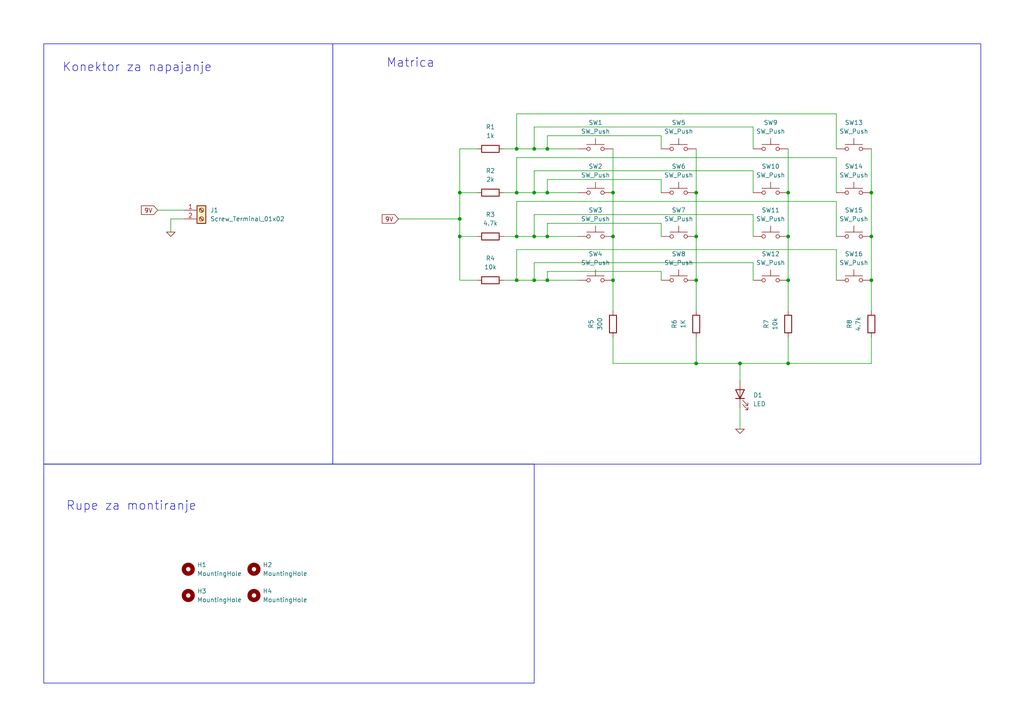
<source format=kicad_sch>
(kicad_sch
	(version 20231120)
	(generator "eeschema")
	(generator_version "8.0")
	(uuid "4bec5ddf-adbf-41fb-a069-c7630bb0044a")
	(paper "A4")
	(title_block
		(title "Matrica otpornika")
	)
	(lib_symbols
		(symbol "Connector:Screw_Terminal_01x02"
			(pin_names
				(offset 1.016) hide)
			(exclude_from_sim no)
			(in_bom yes)
			(on_board yes)
			(property "Reference" "J"
				(at 0 2.54 0)
				(effects
					(font
						(size 1.27 1.27)
					)
				)
			)
			(property "Value" "Screw_Terminal_01x02"
				(at 0 -5.08 0)
				(effects
					(font
						(size 1.27 1.27)
					)
				)
			)
			(property "Footprint" ""
				(at 0 0 0)
				(effects
					(font
						(size 1.27 1.27)
					)
					(hide yes)
				)
			)
			(property "Datasheet" "~"
				(at 0 0 0)
				(effects
					(font
						(size 1.27 1.27)
					)
					(hide yes)
				)
			)
			(property "Description" "Generic screw terminal, single row, 01x02, script generated (kicad-library-utils/schlib/autogen/connector/)"
				(at 0 0 0)
				(effects
					(font
						(size 1.27 1.27)
					)
					(hide yes)
				)
			)
			(property "ki_keywords" "screw terminal"
				(at 0 0 0)
				(effects
					(font
						(size 1.27 1.27)
					)
					(hide yes)
				)
			)
			(property "ki_fp_filters" "TerminalBlock*:*"
				(at 0 0 0)
				(effects
					(font
						(size 1.27 1.27)
					)
					(hide yes)
				)
			)
			(symbol "Screw_Terminal_01x02_1_1"
				(rectangle
					(start -1.27 1.27)
					(end 1.27 -3.81)
					(stroke
						(width 0.254)
						(type default)
					)
					(fill
						(type background)
					)
				)
				(circle
					(center 0 -2.54)
					(radius 0.635)
					(stroke
						(width 0.1524)
						(type default)
					)
					(fill
						(type none)
					)
				)
				(polyline
					(pts
						(xy -0.5334 -2.2098) (xy 0.3302 -3.048)
					)
					(stroke
						(width 0.1524)
						(type default)
					)
					(fill
						(type none)
					)
				)
				(polyline
					(pts
						(xy -0.5334 0.3302) (xy 0.3302 -0.508)
					)
					(stroke
						(width 0.1524)
						(type default)
					)
					(fill
						(type none)
					)
				)
				(polyline
					(pts
						(xy -0.3556 -2.032) (xy 0.508 -2.8702)
					)
					(stroke
						(width 0.1524)
						(type default)
					)
					(fill
						(type none)
					)
				)
				(polyline
					(pts
						(xy -0.3556 0.508) (xy 0.508 -0.3302)
					)
					(stroke
						(width 0.1524)
						(type default)
					)
					(fill
						(type none)
					)
				)
				(circle
					(center 0 0)
					(radius 0.635)
					(stroke
						(width 0.1524)
						(type default)
					)
					(fill
						(type none)
					)
				)
				(pin passive line
					(at -5.08 0 0)
					(length 3.81)
					(name "Pin_1"
						(effects
							(font
								(size 1.27 1.27)
							)
						)
					)
					(number "1"
						(effects
							(font
								(size 1.27 1.27)
							)
						)
					)
				)
				(pin passive line
					(at -5.08 -2.54 0)
					(length 3.81)
					(name "Pin_2"
						(effects
							(font
								(size 1.27 1.27)
							)
						)
					)
					(number "2"
						(effects
							(font
								(size 1.27 1.27)
							)
						)
					)
				)
			)
		)
		(symbol "Device:LED"
			(pin_numbers hide)
			(pin_names
				(offset 1.016) hide)
			(exclude_from_sim no)
			(in_bom yes)
			(on_board yes)
			(property "Reference" "D"
				(at 0 2.54 0)
				(effects
					(font
						(size 1.27 1.27)
					)
				)
			)
			(property "Value" "LED"
				(at 0 -2.54 0)
				(effects
					(font
						(size 1.27 1.27)
					)
				)
			)
			(property "Footprint" ""
				(at 0 0 0)
				(effects
					(font
						(size 1.27 1.27)
					)
					(hide yes)
				)
			)
			(property "Datasheet" "~"
				(at 0 0 0)
				(effects
					(font
						(size 1.27 1.27)
					)
					(hide yes)
				)
			)
			(property "Description" "Light emitting diode"
				(at 0 0 0)
				(effects
					(font
						(size 1.27 1.27)
					)
					(hide yes)
				)
			)
			(property "ki_keywords" "LED diode"
				(at 0 0 0)
				(effects
					(font
						(size 1.27 1.27)
					)
					(hide yes)
				)
			)
			(property "ki_fp_filters" "LED* LED_SMD:* LED_THT:*"
				(at 0 0 0)
				(effects
					(font
						(size 1.27 1.27)
					)
					(hide yes)
				)
			)
			(symbol "LED_0_1"
				(polyline
					(pts
						(xy -1.27 -1.27) (xy -1.27 1.27)
					)
					(stroke
						(width 0.254)
						(type default)
					)
					(fill
						(type none)
					)
				)
				(polyline
					(pts
						(xy -1.27 0) (xy 1.27 0)
					)
					(stroke
						(width 0)
						(type default)
					)
					(fill
						(type none)
					)
				)
				(polyline
					(pts
						(xy 1.27 -1.27) (xy 1.27 1.27) (xy -1.27 0) (xy 1.27 -1.27)
					)
					(stroke
						(width 0.254)
						(type default)
					)
					(fill
						(type none)
					)
				)
				(polyline
					(pts
						(xy -3.048 -0.762) (xy -4.572 -2.286) (xy -3.81 -2.286) (xy -4.572 -2.286) (xy -4.572 -1.524)
					)
					(stroke
						(width 0)
						(type default)
					)
					(fill
						(type none)
					)
				)
				(polyline
					(pts
						(xy -1.778 -0.762) (xy -3.302 -2.286) (xy -2.54 -2.286) (xy -3.302 -2.286) (xy -3.302 -1.524)
					)
					(stroke
						(width 0)
						(type default)
					)
					(fill
						(type none)
					)
				)
			)
			(symbol "LED_1_1"
				(pin passive line
					(at -3.81 0 0)
					(length 2.54)
					(name "K"
						(effects
							(font
								(size 1.27 1.27)
							)
						)
					)
					(number "1"
						(effects
							(font
								(size 1.27 1.27)
							)
						)
					)
				)
				(pin passive line
					(at 3.81 0 180)
					(length 2.54)
					(name "A"
						(effects
							(font
								(size 1.27 1.27)
							)
						)
					)
					(number "2"
						(effects
							(font
								(size 1.27 1.27)
							)
						)
					)
				)
			)
		)
		(symbol "Device:R"
			(pin_numbers hide)
			(pin_names
				(offset 0)
			)
			(exclude_from_sim no)
			(in_bom yes)
			(on_board yes)
			(property "Reference" "R"
				(at 2.032 0 90)
				(effects
					(font
						(size 1.27 1.27)
					)
				)
			)
			(property "Value" "R"
				(at 0 0 90)
				(effects
					(font
						(size 1.27 1.27)
					)
				)
			)
			(property "Footprint" ""
				(at -1.778 0 90)
				(effects
					(font
						(size 1.27 1.27)
					)
					(hide yes)
				)
			)
			(property "Datasheet" "~"
				(at 0 0 0)
				(effects
					(font
						(size 1.27 1.27)
					)
					(hide yes)
				)
			)
			(property "Description" "Resistor"
				(at 0 0 0)
				(effects
					(font
						(size 1.27 1.27)
					)
					(hide yes)
				)
			)
			(property "ki_keywords" "R res resistor"
				(at 0 0 0)
				(effects
					(font
						(size 1.27 1.27)
					)
					(hide yes)
				)
			)
			(property "ki_fp_filters" "R_*"
				(at 0 0 0)
				(effects
					(font
						(size 1.27 1.27)
					)
					(hide yes)
				)
			)
			(symbol "R_0_1"
				(rectangle
					(start -1.016 -2.54)
					(end 1.016 2.54)
					(stroke
						(width 0.254)
						(type default)
					)
					(fill
						(type none)
					)
				)
			)
			(symbol "R_1_1"
				(pin passive line
					(at 0 3.81 270)
					(length 1.27)
					(name "~"
						(effects
							(font
								(size 1.27 1.27)
							)
						)
					)
					(number "1"
						(effects
							(font
								(size 1.27 1.27)
							)
						)
					)
				)
				(pin passive line
					(at 0 -3.81 90)
					(length 1.27)
					(name "~"
						(effects
							(font
								(size 1.27 1.27)
							)
						)
					)
					(number "2"
						(effects
							(font
								(size 1.27 1.27)
							)
						)
					)
				)
			)
		)
		(symbol "Mechanical:MountingHole"
			(pin_names
				(offset 1.016)
			)
			(exclude_from_sim no)
			(in_bom yes)
			(on_board yes)
			(property "Reference" "H"
				(at 0 5.08 0)
				(effects
					(font
						(size 1.27 1.27)
					)
				)
			)
			(property "Value" "MountingHole"
				(at 0 3.175 0)
				(effects
					(font
						(size 1.27 1.27)
					)
				)
			)
			(property "Footprint" ""
				(at 0 0 0)
				(effects
					(font
						(size 1.27 1.27)
					)
					(hide yes)
				)
			)
			(property "Datasheet" "~"
				(at 0 0 0)
				(effects
					(font
						(size 1.27 1.27)
					)
					(hide yes)
				)
			)
			(property "Description" "Mounting Hole without connection"
				(at 0 0 0)
				(effects
					(font
						(size 1.27 1.27)
					)
					(hide yes)
				)
			)
			(property "ki_keywords" "mounting hole"
				(at 0 0 0)
				(effects
					(font
						(size 1.27 1.27)
					)
					(hide yes)
				)
			)
			(property "ki_fp_filters" "MountingHole*"
				(at 0 0 0)
				(effects
					(font
						(size 1.27 1.27)
					)
					(hide yes)
				)
			)
			(symbol "MountingHole_0_1"
				(circle
					(center 0 0)
					(radius 1.27)
					(stroke
						(width 1.27)
						(type default)
					)
					(fill
						(type none)
					)
				)
			)
		)
		(symbol "Simulation_SPICE:0"
			(power)
			(pin_names
				(offset 0)
			)
			(exclude_from_sim no)
			(in_bom yes)
			(on_board yes)
			(property "Reference" "#GND"
				(at 0 -2.54 0)
				(effects
					(font
						(size 1.27 1.27)
					)
					(hide yes)
				)
			)
			(property "Value" "0"
				(at 0 -1.778 0)
				(effects
					(font
						(size 1.27 1.27)
					)
				)
			)
			(property "Footprint" ""
				(at 0 0 0)
				(effects
					(font
						(size 1.27 1.27)
					)
					(hide yes)
				)
			)
			(property "Datasheet" "~"
				(at 0 0 0)
				(effects
					(font
						(size 1.27 1.27)
					)
					(hide yes)
				)
			)
			(property "Description" "0V reference potential for simulation"
				(at 0 0 0)
				(effects
					(font
						(size 1.27 1.27)
					)
					(hide yes)
				)
			)
			(property "ki_keywords" "simulation"
				(at 0 0 0)
				(effects
					(font
						(size 1.27 1.27)
					)
					(hide yes)
				)
			)
			(symbol "0_0_1"
				(polyline
					(pts
						(xy -1.27 0) (xy 0 -1.27) (xy 1.27 0) (xy -1.27 0)
					)
					(stroke
						(width 0)
						(type default)
					)
					(fill
						(type none)
					)
				)
			)
			(symbol "0_1_1"
				(pin power_in line
					(at 0 0 0)
					(length 0) hide
					(name "0"
						(effects
							(font
								(size 1.016 1.016)
							)
						)
					)
					(number "1"
						(effects
							(font
								(size 1.016 1.016)
							)
						)
					)
				)
			)
		)
		(symbol "Switch:SW_Push"
			(pin_numbers hide)
			(pin_names
				(offset 1.016) hide)
			(exclude_from_sim no)
			(in_bom yes)
			(on_board yes)
			(property "Reference" "SW"
				(at 1.27 2.54 0)
				(effects
					(font
						(size 1.27 1.27)
					)
					(justify left)
				)
			)
			(property "Value" "SW_Push"
				(at 0 -1.524 0)
				(effects
					(font
						(size 1.27 1.27)
					)
				)
			)
			(property "Footprint" ""
				(at 0 5.08 0)
				(effects
					(font
						(size 1.27 1.27)
					)
					(hide yes)
				)
			)
			(property "Datasheet" "~"
				(at 0 5.08 0)
				(effects
					(font
						(size 1.27 1.27)
					)
					(hide yes)
				)
			)
			(property "Description" "Push button switch, generic, two pins"
				(at 0 0 0)
				(effects
					(font
						(size 1.27 1.27)
					)
					(hide yes)
				)
			)
			(property "ki_keywords" "switch normally-open pushbutton push-button"
				(at 0 0 0)
				(effects
					(font
						(size 1.27 1.27)
					)
					(hide yes)
				)
			)
			(symbol "SW_Push_0_1"
				(circle
					(center -2.032 0)
					(radius 0.508)
					(stroke
						(width 0)
						(type default)
					)
					(fill
						(type none)
					)
				)
				(polyline
					(pts
						(xy 0 1.27) (xy 0 3.048)
					)
					(stroke
						(width 0)
						(type default)
					)
					(fill
						(type none)
					)
				)
				(polyline
					(pts
						(xy 2.54 1.27) (xy -2.54 1.27)
					)
					(stroke
						(width 0)
						(type default)
					)
					(fill
						(type none)
					)
				)
				(circle
					(center 2.032 0)
					(radius 0.508)
					(stroke
						(width 0)
						(type default)
					)
					(fill
						(type none)
					)
				)
				(pin passive line
					(at -5.08 0 0)
					(length 2.54)
					(name "1"
						(effects
							(font
								(size 1.27 1.27)
							)
						)
					)
					(number "1"
						(effects
							(font
								(size 1.27 1.27)
							)
						)
					)
				)
				(pin passive line
					(at 5.08 0 180)
					(length 2.54)
					(name "2"
						(effects
							(font
								(size 1.27 1.27)
							)
						)
					)
					(number "2"
						(effects
							(font
								(size 1.27 1.27)
							)
						)
					)
				)
			)
		)
	)
	(junction
		(at 201.93 68.58)
		(diameter 0)
		(color 0 0 0 0)
		(uuid "008701ca-bde3-4281-b717-d1dd3bc376ec")
	)
	(junction
		(at 228.6 68.58)
		(diameter 0)
		(color 0 0 0 0)
		(uuid "0b30b074-5000-405d-871d-5ddf9f4aeb96")
	)
	(junction
		(at 158.75 68.58)
		(diameter 0)
		(color 0 0 0 0)
		(uuid "1c78c1a1-0efd-461b-8e72-55b86cb320f9")
	)
	(junction
		(at 158.75 55.88)
		(diameter 0)
		(color 0 0 0 0)
		(uuid "22560ce8-050d-41a6-ae32-4ebc35637138")
	)
	(junction
		(at 228.6 81.28)
		(diameter 0)
		(color 0 0 0 0)
		(uuid "360f07ce-d6a3-478d-bcb7-a58ce5911bbb")
	)
	(junction
		(at 201.93 81.28)
		(diameter 0)
		(color 0 0 0 0)
		(uuid "4bbb11f4-5c14-4f59-a3cd-a5ccec7baf21")
	)
	(junction
		(at 177.8 81.28)
		(diameter 0)
		(color 0 0 0 0)
		(uuid "544f72dc-6e8b-44e4-84c7-fe4dd3f0b1e7")
	)
	(junction
		(at 154.94 81.28)
		(diameter 0)
		(color 0 0 0 0)
		(uuid "6940fba3-57a2-44b5-85df-0d2b949ecfcc")
	)
	(junction
		(at 201.93 105.41)
		(diameter 0)
		(color 0 0 0 0)
		(uuid "725885e9-715a-4f08-b34d-4cd2b38ea22f")
	)
	(junction
		(at 252.73 81.28)
		(diameter 0)
		(color 0 0 0 0)
		(uuid "799fcd96-6693-4d32-84a3-246d0254a07a")
	)
	(junction
		(at 252.73 55.88)
		(diameter 0)
		(color 0 0 0 0)
		(uuid "8288168d-60ad-41fc-9086-711b75130b9f")
	)
	(junction
		(at 154.94 68.58)
		(diameter 0)
		(color 0 0 0 0)
		(uuid "83cf8284-8ec6-46b5-a182-b5eafbc5844b")
	)
	(junction
		(at 133.35 63.5)
		(diameter 0)
		(color 0 0 0 0)
		(uuid "8571f379-cc3b-4aec-a3a0-54d40560c4fd")
	)
	(junction
		(at 149.86 55.88)
		(diameter 0)
		(color 0 0 0 0)
		(uuid "8a03b247-782d-429d-a95f-90ac2af087f6")
	)
	(junction
		(at 228.6 105.41)
		(diameter 0)
		(color 0 0 0 0)
		(uuid "8e40c851-9aba-41df-85c5-2d65376a6fe9")
	)
	(junction
		(at 149.86 68.58)
		(diameter 0)
		(color 0 0 0 0)
		(uuid "90545938-5485-4431-874b-3f4b884474f5")
	)
	(junction
		(at 177.8 68.58)
		(diameter 0)
		(color 0 0 0 0)
		(uuid "9950597f-5968-4d5f-84cb-7894740e2496")
	)
	(junction
		(at 177.8 55.88)
		(diameter 0)
		(color 0 0 0 0)
		(uuid "a2de3794-5e32-47c1-94ae-4be7e0378705")
	)
	(junction
		(at 133.35 55.88)
		(diameter 0)
		(color 0 0 0 0)
		(uuid "acb86342-ea6c-49d4-9422-a16ef4870205")
	)
	(junction
		(at 158.75 43.18)
		(diameter 0)
		(color 0 0 0 0)
		(uuid "ba079aae-3009-4fda-8df0-4643e249bf43")
	)
	(junction
		(at 154.94 43.18)
		(diameter 0)
		(color 0 0 0 0)
		(uuid "c8d75dde-2593-4abe-9089-57848831798d")
	)
	(junction
		(at 133.35 68.58)
		(diameter 0)
		(color 0 0 0 0)
		(uuid "d9a914f7-2550-409a-8bea-97a6b7d95d6c")
	)
	(junction
		(at 252.73 68.58)
		(diameter 0)
		(color 0 0 0 0)
		(uuid "dd8a2226-3593-47ad-91ba-4b8dc57adcad")
	)
	(junction
		(at 214.63 105.41)
		(diameter 0)
		(color 0 0 0 0)
		(uuid "e2b64333-5db0-40f7-926c-1a4eeb257893")
	)
	(junction
		(at 228.6 55.88)
		(diameter 0)
		(color 0 0 0 0)
		(uuid "e455ab87-4a33-49d1-abb3-3cebf1db578c")
	)
	(junction
		(at 158.75 81.28)
		(diameter 0)
		(color 0 0 0 0)
		(uuid "e4c34c46-c2db-48eb-88ec-73a3994460af")
	)
	(junction
		(at 154.94 55.88)
		(diameter 0)
		(color 0 0 0 0)
		(uuid "e5fb1262-f582-4e04-8a47-16e6d6dba3a2")
	)
	(junction
		(at 149.86 81.28)
		(diameter 0)
		(color 0 0 0 0)
		(uuid "eedf7c9d-7061-4a22-a68a-db65350703c0")
	)
	(junction
		(at 201.93 55.88)
		(diameter 0)
		(color 0 0 0 0)
		(uuid "f56414ac-2398-4585-8924-3514cab1147c")
	)
	(junction
		(at 149.86 43.18)
		(diameter 0)
		(color 0 0 0 0)
		(uuid "f613c600-f761-451c-9588-1f7647ca49a8")
	)
	(wire
		(pts
			(xy 228.6 97.79) (xy 228.6 105.41)
		)
		(stroke
			(width 0)
			(type default)
		)
		(uuid "0273d6b3-1fab-4d4a-96de-adca3b39f9b0")
	)
	(wire
		(pts
			(xy 133.35 68.58) (xy 138.43 68.58)
		)
		(stroke
			(width 0)
			(type default)
		)
		(uuid "0568b74b-574f-4c93-9b6e-469968d444e8")
	)
	(wire
		(pts
			(xy 252.73 55.88) (xy 252.73 68.58)
		)
		(stroke
			(width 0)
			(type default)
		)
		(uuid "0850847e-9386-4a2d-898b-7815e7c1cc4e")
	)
	(wire
		(pts
			(xy 149.86 81.28) (xy 154.94 81.28)
		)
		(stroke
			(width 0)
			(type default)
		)
		(uuid "09a22b36-ce83-4776-a28c-b4c35b37e325")
	)
	(wire
		(pts
			(xy 154.94 55.88) (xy 154.94 49.53)
		)
		(stroke
			(width 0)
			(type default)
		)
		(uuid "0fe07ccd-dd52-45f3-88b1-4bcf6c59afb0")
	)
	(wire
		(pts
			(xy 115.57 63.5) (xy 133.35 63.5)
		)
		(stroke
			(width 0)
			(type default)
		)
		(uuid "13623ce2-64bc-415c-97a5-ec0b53d75877")
	)
	(wire
		(pts
			(xy 177.8 105.41) (xy 201.93 105.41)
		)
		(stroke
			(width 0)
			(type default)
		)
		(uuid "151a083d-3c9f-4c7d-b530-f454626abeb9")
	)
	(wire
		(pts
			(xy 154.94 76.2) (xy 218.44 76.2)
		)
		(stroke
			(width 0)
			(type default)
		)
		(uuid "16f3ab7c-3c4d-4177-832d-b86c6f127a17")
	)
	(wire
		(pts
			(xy 154.94 81.28) (xy 154.94 76.2)
		)
		(stroke
			(width 0)
			(type default)
		)
		(uuid "17ef2cfe-da46-4dd8-873d-26a424b59f72")
	)
	(wire
		(pts
			(xy 228.6 43.18) (xy 228.6 55.88)
		)
		(stroke
			(width 0)
			(type default)
		)
		(uuid "1b52098a-6467-4807-82cd-147364962e99")
	)
	(wire
		(pts
			(xy 228.6 55.88) (xy 228.6 68.58)
		)
		(stroke
			(width 0)
			(type default)
		)
		(uuid "1d3599b0-4d63-4b4a-8e86-1db5c071fda3")
	)
	(wire
		(pts
			(xy 158.75 55.88) (xy 158.75 52.07)
		)
		(stroke
			(width 0)
			(type default)
		)
		(uuid "1dc9a6e3-b91a-4a92-a921-ad03d37f2d98")
	)
	(wire
		(pts
			(xy 242.57 33.02) (xy 149.86 33.02)
		)
		(stroke
			(width 0)
			(type default)
		)
		(uuid "1e3ac03c-d5f6-48d5-93a5-6c0dec61e1c6")
	)
	(wire
		(pts
			(xy 214.63 118.11) (xy 214.63 124.46)
		)
		(stroke
			(width 0)
			(type default)
		)
		(uuid "1ebfe39d-d688-41a6-9b34-565895a63d46")
	)
	(wire
		(pts
			(xy 158.75 81.28) (xy 158.75 78.74)
		)
		(stroke
			(width 0)
			(type default)
		)
		(uuid "1f562f0d-89d9-4566-9eab-590aafb662e6")
	)
	(wire
		(pts
			(xy 201.93 105.41) (xy 214.63 105.41)
		)
		(stroke
			(width 0)
			(type default)
		)
		(uuid "201e1eac-ccef-47b6-bebe-9039c5a95999")
	)
	(wire
		(pts
			(xy 158.75 39.37) (xy 191.77 39.37)
		)
		(stroke
			(width 0)
			(type default)
		)
		(uuid "247140c0-f376-4780-8033-f11ca4dc2d41")
	)
	(wire
		(pts
			(xy 191.77 68.58) (xy 191.77 64.77)
		)
		(stroke
			(width 0)
			(type default)
		)
		(uuid "288f8868-c563-40c4-85fb-3518792a72df")
	)
	(wire
		(pts
			(xy 158.75 64.77) (xy 158.75 68.58)
		)
		(stroke
			(width 0)
			(type default)
		)
		(uuid "28913b11-dc0b-47e5-ad8e-b7225a60ba8d")
	)
	(wire
		(pts
			(xy 154.94 49.53) (xy 218.44 49.53)
		)
		(stroke
			(width 0)
			(type default)
		)
		(uuid "28ea3b0f-5e17-4aa5-8694-aff67d7648a0")
	)
	(wire
		(pts
			(xy 149.86 72.39) (xy 242.57 72.39)
		)
		(stroke
			(width 0)
			(type default)
		)
		(uuid "2bba5253-0f84-48a5-933d-cfac26d2701a")
	)
	(wire
		(pts
			(xy 177.8 81.28) (xy 177.8 90.17)
		)
		(stroke
			(width 0)
			(type default)
		)
		(uuid "2cf44ce8-f957-4a04-84d4-0cf7bf6ce906")
	)
	(wire
		(pts
			(xy 133.35 55.88) (xy 133.35 63.5)
		)
		(stroke
			(width 0)
			(type default)
		)
		(uuid "2f8c6758-ac73-4aa6-8478-025e17842a62")
	)
	(wire
		(pts
			(xy 218.44 49.53) (xy 218.44 55.88)
		)
		(stroke
			(width 0)
			(type default)
		)
		(uuid "3205acd4-e98c-4519-b1f1-c76aeadbb71a")
	)
	(wire
		(pts
			(xy 149.86 68.58) (xy 154.94 68.58)
		)
		(stroke
			(width 0)
			(type default)
		)
		(uuid "34705468-053f-437e-9737-adf10c3ae8c6")
	)
	(wire
		(pts
			(xy 191.77 52.07) (xy 191.77 55.88)
		)
		(stroke
			(width 0)
			(type default)
		)
		(uuid "36854036-2ade-4847-9c15-07cecba6a279")
	)
	(wire
		(pts
			(xy 218.44 62.23) (xy 154.94 62.23)
		)
		(stroke
			(width 0)
			(type default)
		)
		(uuid "36afb30b-3bf5-437f-99d8-a91ddb6f16f1")
	)
	(wire
		(pts
			(xy 177.8 68.58) (xy 177.8 81.28)
		)
		(stroke
			(width 0)
			(type default)
		)
		(uuid "379ecfca-5f64-4ef7-9639-cae6883586e3")
	)
	(wire
		(pts
			(xy 252.73 81.28) (xy 252.73 90.17)
		)
		(stroke
			(width 0)
			(type default)
		)
		(uuid "42846228-e94c-4259-b19e-788dd9822748")
	)
	(wire
		(pts
			(xy 218.44 76.2) (xy 218.44 81.28)
		)
		(stroke
			(width 0)
			(type default)
		)
		(uuid "467be544-722b-47bf-b7be-b652a4be370e")
	)
	(wire
		(pts
			(xy 252.73 68.58) (xy 252.73 81.28)
		)
		(stroke
			(width 0)
			(type default)
		)
		(uuid "4753b2c7-9a8f-4746-a929-7a02cb0d785a")
	)
	(wire
		(pts
			(xy 242.57 45.72) (xy 242.57 55.88)
		)
		(stroke
			(width 0)
			(type default)
		)
		(uuid "4825dc5f-aac7-4a65-bf76-77327f268c00")
	)
	(wire
		(pts
			(xy 154.94 81.28) (xy 158.75 81.28)
		)
		(stroke
			(width 0)
			(type default)
		)
		(uuid "4afcae15-4797-446c-8b42-fcb5dd13ac07")
	)
	(wire
		(pts
			(xy 154.94 36.83) (xy 154.94 43.18)
		)
		(stroke
			(width 0)
			(type default)
		)
		(uuid "5094ab5d-07b8-43d2-ac30-ae4f113f298d")
	)
	(wire
		(pts
			(xy 149.86 58.42) (xy 149.86 68.58)
		)
		(stroke
			(width 0)
			(type default)
		)
		(uuid "55f94d0e-cb41-4c9b-82e4-8c737ed2cdfb")
	)
	(wire
		(pts
			(xy 218.44 68.58) (xy 218.44 62.23)
		)
		(stroke
			(width 0)
			(type default)
		)
		(uuid "56104236-bc36-404d-8725-833be2c893a0")
	)
	(wire
		(pts
			(xy 146.05 68.58) (xy 149.86 68.58)
		)
		(stroke
			(width 0)
			(type default)
		)
		(uuid "58e711e8-44d1-4ade-9187-b4db399ef69a")
	)
	(wire
		(pts
			(xy 201.93 81.28) (xy 201.93 90.17)
		)
		(stroke
			(width 0)
			(type default)
		)
		(uuid "5a5141ea-43f6-4ff3-bd5e-8242f29e371e")
	)
	(wire
		(pts
			(xy 49.53 63.5) (xy 53.34 63.5)
		)
		(stroke
			(width 0)
			(type default)
		)
		(uuid "5e1807d9-a8f7-4b78-9f0b-05d56c5bf391")
	)
	(wire
		(pts
			(xy 228.6 81.28) (xy 228.6 90.17)
		)
		(stroke
			(width 0)
			(type default)
		)
		(uuid "621b92c9-152d-4cb7-88bc-c0adfed19c71")
	)
	(wire
		(pts
			(xy 201.93 55.88) (xy 201.93 68.58)
		)
		(stroke
			(width 0)
			(type default)
		)
		(uuid "62e25bd0-0121-4e69-84d6-5529b6185501")
	)
	(wire
		(pts
			(xy 53.34 60.96) (xy 45.72 60.96)
		)
		(stroke
			(width 0)
			(type default)
		)
		(uuid "64f1f824-152a-4a82-940f-7b794d252167")
	)
	(wire
		(pts
			(xy 242.57 72.39) (xy 242.57 81.28)
		)
		(stroke
			(width 0)
			(type default)
		)
		(uuid "67b1d1a2-0945-4825-b524-0a59d8b385df")
	)
	(wire
		(pts
			(xy 133.35 68.58) (xy 133.35 81.28)
		)
		(stroke
			(width 0)
			(type default)
		)
		(uuid "68e2f907-02f0-4c13-956b-b03b2db4b354")
	)
	(wire
		(pts
			(xy 146.05 43.18) (xy 149.86 43.18)
		)
		(stroke
			(width 0)
			(type default)
		)
		(uuid "6badc221-ebdc-4578-a599-3e159e0f5dc7")
	)
	(wire
		(pts
			(xy 177.8 97.79) (xy 177.8 105.41)
		)
		(stroke
			(width 0)
			(type default)
		)
		(uuid "74639c4e-ce05-4064-8c1f-a677bd46ed6c")
	)
	(wire
		(pts
			(xy 201.93 97.79) (xy 201.93 105.41)
		)
		(stroke
			(width 0)
			(type default)
		)
		(uuid "811752f3-1d4d-479d-a0d9-a3786ebcebc2")
	)
	(wire
		(pts
			(xy 146.05 55.88) (xy 149.86 55.88)
		)
		(stroke
			(width 0)
			(type default)
		)
		(uuid "8118953c-7768-436d-8737-f5b8b7c9a27c")
	)
	(wire
		(pts
			(xy 177.8 55.88) (xy 177.8 68.58)
		)
		(stroke
			(width 0)
			(type default)
		)
		(uuid "86f05ab6-b4a9-4fe9-8126-1b172a9f46a3")
	)
	(wire
		(pts
			(xy 133.35 63.5) (xy 133.35 68.58)
		)
		(stroke
			(width 0)
			(type default)
		)
		(uuid "8afd74f2-de7d-4f32-af3b-2541198731e0")
	)
	(wire
		(pts
			(xy 146.05 81.28) (xy 149.86 81.28)
		)
		(stroke
			(width 0)
			(type default)
		)
		(uuid "8bfa0590-1e51-4899-b48e-91e7760931ec")
	)
	(wire
		(pts
			(xy 218.44 36.83) (xy 154.94 36.83)
		)
		(stroke
			(width 0)
			(type default)
		)
		(uuid "8cbe316a-f671-4367-b77e-f3c616c1137f")
	)
	(wire
		(pts
			(xy 214.63 105.41) (xy 214.63 110.49)
		)
		(stroke
			(width 0)
			(type default)
		)
		(uuid "919db7d3-82f7-4436-800c-f13d23a03155")
	)
	(wire
		(pts
			(xy 138.43 43.18) (xy 133.35 43.18)
		)
		(stroke
			(width 0)
			(type default)
		)
		(uuid "93b71209-ee63-47f0-99d1-e69bed8e83e8")
	)
	(wire
		(pts
			(xy 191.77 64.77) (xy 158.75 64.77)
		)
		(stroke
			(width 0)
			(type default)
		)
		(uuid "95488c0d-5b4d-4c4a-9456-9cc4209885fe")
	)
	(wire
		(pts
			(xy 191.77 78.74) (xy 191.77 81.28)
		)
		(stroke
			(width 0)
			(type default)
		)
		(uuid "96ceaf51-4a25-4fba-800e-629d874ea24e")
	)
	(wire
		(pts
			(xy 149.86 55.88) (xy 149.86 45.72)
		)
		(stroke
			(width 0)
			(type default)
		)
		(uuid "97032611-51a0-44eb-86e8-53ddf3949c1f")
	)
	(wire
		(pts
			(xy 158.75 43.18) (xy 167.64 43.18)
		)
		(stroke
			(width 0)
			(type default)
		)
		(uuid "a3a55f81-30c2-4709-956d-55022b0ca746")
	)
	(wire
		(pts
			(xy 228.6 105.41) (xy 252.73 105.41)
		)
		(stroke
			(width 0)
			(type default)
		)
		(uuid "a74be744-ce14-4aec-a95f-520e3a8bca9f")
	)
	(wire
		(pts
			(xy 242.57 68.58) (xy 242.57 58.42)
		)
		(stroke
			(width 0)
			(type default)
		)
		(uuid "aaa2f740-beb6-4c9c-b00b-4edd9655e545")
	)
	(wire
		(pts
			(xy 149.86 55.88) (xy 154.94 55.88)
		)
		(stroke
			(width 0)
			(type default)
		)
		(uuid "aba27ba6-7e48-487d-8b78-d7dbcd596613")
	)
	(wire
		(pts
			(xy 149.86 81.28) (xy 149.86 72.39)
		)
		(stroke
			(width 0)
			(type default)
		)
		(uuid "aca03800-22c8-44e3-bc69-e64d179917a7")
	)
	(wire
		(pts
			(xy 158.75 78.74) (xy 191.77 78.74)
		)
		(stroke
			(width 0)
			(type default)
		)
		(uuid "ae9e86d6-359e-4ddd-9afb-b71a768a92a9")
	)
	(wire
		(pts
			(xy 242.57 58.42) (xy 149.86 58.42)
		)
		(stroke
			(width 0)
			(type default)
		)
		(uuid "affc9899-7752-4481-bc0c-202e6c664f1b")
	)
	(wire
		(pts
			(xy 158.75 68.58) (xy 167.64 68.58)
		)
		(stroke
			(width 0)
			(type default)
		)
		(uuid "b3ee85bd-03e1-4801-be69-969b31391a85")
	)
	(wire
		(pts
			(xy 177.8 43.18) (xy 177.8 55.88)
		)
		(stroke
			(width 0)
			(type default)
		)
		(uuid "ba6050ef-4cf4-4540-9e62-e2d5404bd3b4")
	)
	(wire
		(pts
			(xy 133.35 43.18) (xy 133.35 55.88)
		)
		(stroke
			(width 0)
			(type default)
		)
		(uuid "bb3b262f-7234-436a-aadd-2528b2df26ac")
	)
	(wire
		(pts
			(xy 149.86 33.02) (xy 149.86 43.18)
		)
		(stroke
			(width 0)
			(type default)
		)
		(uuid "be464cde-33af-43fd-b3e0-4852ea173c34")
	)
	(wire
		(pts
			(xy 158.75 52.07) (xy 191.77 52.07)
		)
		(stroke
			(width 0)
			(type default)
		)
		(uuid "bee23a36-800a-4050-bf5c-d7d04a945bac")
	)
	(wire
		(pts
			(xy 252.73 105.41) (xy 252.73 97.79)
		)
		(stroke
			(width 0)
			(type default)
		)
		(uuid "c1e4a51b-b04d-406e-a563-1455accddc83")
	)
	(wire
		(pts
			(xy 228.6 68.58) (xy 228.6 81.28)
		)
		(stroke
			(width 0)
			(type default)
		)
		(uuid "c3056ff6-2724-4e7c-9acb-ab1466525881")
	)
	(wire
		(pts
			(xy 154.94 62.23) (xy 154.94 68.58)
		)
		(stroke
			(width 0)
			(type default)
		)
		(uuid "c4ba9f6d-a1a3-4759-a45d-890b2889d295")
	)
	(wire
		(pts
			(xy 158.75 81.28) (xy 167.64 81.28)
		)
		(stroke
			(width 0)
			(type default)
		)
		(uuid "c5454b8b-c9fc-4462-ac7d-b7f1d5984f86")
	)
	(wire
		(pts
			(xy 149.86 45.72) (xy 242.57 45.72)
		)
		(stroke
			(width 0)
			(type default)
		)
		(uuid "cc471a9b-5a97-4c7f-9f35-4e8088569c2d")
	)
	(wire
		(pts
			(xy 154.94 43.18) (xy 158.75 43.18)
		)
		(stroke
			(width 0)
			(type default)
		)
		(uuid "cfc65659-a667-4bbe-b434-82cb43acd8f5")
	)
	(wire
		(pts
			(xy 191.77 39.37) (xy 191.77 43.18)
		)
		(stroke
			(width 0)
			(type default)
		)
		(uuid "d644fbde-b724-43b7-be67-58f426e48d14")
	)
	(wire
		(pts
			(xy 149.86 43.18) (xy 154.94 43.18)
		)
		(stroke
			(width 0)
			(type default)
		)
		(uuid "d8290b44-0e85-42c5-b60f-694a16d103ba")
	)
	(wire
		(pts
			(xy 133.35 81.28) (xy 138.43 81.28)
		)
		(stroke
			(width 0)
			(type default)
		)
		(uuid "dddbc914-10fd-46ea-9502-9d504fa0ff28")
	)
	(wire
		(pts
			(xy 154.94 68.58) (xy 158.75 68.58)
		)
		(stroke
			(width 0)
			(type default)
		)
		(uuid "e52411c9-97dd-444c-bcc3-36f0a7ad8f1f")
	)
	(wire
		(pts
			(xy 218.44 43.18) (xy 218.44 36.83)
		)
		(stroke
			(width 0)
			(type default)
		)
		(uuid "e6bbbf87-6c1c-4e0a-82dd-a59fcc9bcb44")
	)
	(wire
		(pts
			(xy 158.75 43.18) (xy 158.75 39.37)
		)
		(stroke
			(width 0)
			(type default)
		)
		(uuid "ea43d237-bd76-4672-ae3e-0a47c8372462")
	)
	(wire
		(pts
			(xy 201.93 43.18) (xy 201.93 55.88)
		)
		(stroke
			(width 0)
			(type default)
		)
		(uuid "ef4a95fe-9ad7-4e79-84da-d41deb5229b0")
	)
	(wire
		(pts
			(xy 158.75 55.88) (xy 167.64 55.88)
		)
		(stroke
			(width 0)
			(type default)
		)
		(uuid "efa40a3a-aa73-42ff-b3d7-1a13053c3ba6")
	)
	(wire
		(pts
			(xy 201.93 68.58) (xy 201.93 81.28)
		)
		(stroke
			(width 0)
			(type default)
		)
		(uuid "f28092a5-1865-4ed4-8a5d-1abfe8496d76")
	)
	(wire
		(pts
			(xy 242.57 43.18) (xy 242.57 33.02)
		)
		(stroke
			(width 0)
			(type default)
		)
		(uuid "f5e6b837-f6dd-48cf-9b21-6a1c0336a542")
	)
	(wire
		(pts
			(xy 252.73 43.18) (xy 252.73 55.88)
		)
		(stroke
			(width 0)
			(type default)
		)
		(uuid "fb70affe-dc53-4901-b61e-ba519a28e555")
	)
	(wire
		(pts
			(xy 133.35 55.88) (xy 138.43 55.88)
		)
		(stroke
			(width 0)
			(type default)
		)
		(uuid "fda6a371-9491-4a97-9ca0-7e4b60c8c3d3")
	)
	(wire
		(pts
			(xy 154.94 55.88) (xy 158.75 55.88)
		)
		(stroke
			(width 0)
			(type default)
		)
		(uuid "fe1d1340-c543-403e-a6ec-3fe5b7b54711")
	)
	(wire
		(pts
			(xy 49.53 63.5) (xy 49.53 67.31)
		)
		(stroke
			(width 0)
			(type default)
		)
		(uuid "fe8d6d3e-7d86-44d4-a0fe-a261c581d2dd")
	)
	(wire
		(pts
			(xy 214.63 105.41) (xy 228.6 105.41)
		)
		(stroke
			(width 0)
			(type default)
		)
		(uuid "fec98bde-696c-4d3a-838d-bcfb892f60d5")
	)
	(rectangle
		(start 12.7 12.7)
		(end 96.52 134.62)
		(stroke
			(width 0)
			(type default)
		)
		(fill
			(type none)
		)
		(uuid 419c3146-aa28-4c82-9e81-fa987c6b04a6)
	)
	(rectangle
		(start 96.52 12.7)
		(end 284.48 134.62)
		(stroke
			(width 0)
			(type default)
		)
		(fill
			(type none)
		)
		(uuid 473fc86f-9759-4a6b-b89d-8d828accee77)
	)
	(rectangle
		(start 12.7 134.62)
		(end 154.94 198.12)
		(stroke
			(width 0)
			(type default)
		)
		(fill
			(type none)
		)
		(uuid cb67d096-f2f2-4ec9-84d3-68a2b65b0162)
	)
	(text "Rupe za montiranje"
		(exclude_from_sim no)
		(at 38.1 146.812 0)
		(effects
			(font
				(size 2.54 2.54)
			)
		)
		(uuid "03f14b3a-47ab-46d0-81b4-739d398431a3")
	)
	(text "Konektor za napajanje"
		(exclude_from_sim no)
		(at 18.034 21.082 0)
		(effects
			(font
				(size 2.54 2.54)
			)
			(justify left bottom)
		)
		(uuid "53ea41ae-f974-44f0-80e0-9d8d3736ef0a")
	)
	(text "Matrica"
		(exclude_from_sim no)
		(at 112.014 19.812 0)
		(effects
			(font
				(size 2.54 2.54)
			)
			(justify left bottom)
		)
		(uuid "a34b643b-6bdc-4f3a-9d1d-3d2d60b637f4")
	)
	(global_label "9V"
		(shape input)
		(at 45.72 60.96 180)
		(fields_autoplaced yes)
		(effects
			(font
				(size 1.27 1.27)
			)
			(justify right)
		)
		(uuid "4198a711-5855-47f6-a769-25990ee66605")
		(property "Intersheetrefs" "${INTERSHEET_REFS}"
			(at 40.4367 60.96 0)
			(effects
				(font
					(size 1.27 1.27)
				)
				(justify right)
				(hide yes)
			)
		)
	)
	(global_label "9V"
		(shape input)
		(at 115.57 63.5 180)
		(fields_autoplaced yes)
		(effects
			(font
				(size 1.27 1.27)
			)
			(justify right)
		)
		(uuid "87dc26a5-200e-4b5f-8658-ae3466963bad")
		(property "Intersheetrefs" "${INTERSHEET_REFS}"
			(at 110.2867 63.5 0)
			(effects
				(font
					(size 1.27 1.27)
				)
				(justify right)
				(hide yes)
			)
		)
	)
	(symbol
		(lib_id "Switch:SW_Push")
		(at 172.72 55.88 0)
		(unit 1)
		(exclude_from_sim no)
		(in_bom yes)
		(on_board yes)
		(dnp no)
		(fields_autoplaced yes)
		(uuid "05e31cfe-d9f8-4525-aab2-9c8ad8c9f1ce")
		(property "Reference" "SW2"
			(at 172.72 48.26 0)
			(effects
				(font
					(size 1.27 1.27)
				)
			)
		)
		(property "Value" "SW_Push"
			(at 172.72 50.8 0)
			(effects
				(font
					(size 1.27 1.27)
				)
			)
		)
		(property "Footprint" "PEP_library:SW_PUSH_6mm_H4.3mm"
			(at 172.72 50.8 0)
			(effects
				(font
					(size 1.27 1.27)
				)
				(hide yes)
			)
		)
		(property "Datasheet" "~"
			(at 172.72 50.8 0)
			(effects
				(font
					(size 1.27 1.27)
				)
				(hide yes)
			)
		)
		(property "Description" "Push button switch, generic, two pins"
			(at 172.72 55.88 0)
			(effects
				(font
					(size 1.27 1.27)
				)
				(hide yes)
			)
		)
		(pin "2"
			(uuid "55b20434-ef34-4389-9141-36e05b600539")
		)
		(pin "1"
			(uuid "0d893d48-c0a6-49ff-92a3-33037eb60460")
		)
		(instances
			(project "PEP004-v1-matrica_otpornika-finalni"
				(path "/4bec5ddf-adbf-41fb-a069-c7630bb0044a"
					(reference "SW2")
					(unit 1)
				)
			)
		)
	)
	(symbol
		(lib_id "Switch:SW_Push")
		(at 196.85 55.88 0)
		(unit 1)
		(exclude_from_sim no)
		(in_bom yes)
		(on_board yes)
		(dnp no)
		(fields_autoplaced yes)
		(uuid "07b0e4ab-d4b1-43b1-8442-a8aae0d59b0f")
		(property "Reference" "SW6"
			(at 196.85 48.26 0)
			(effects
				(font
					(size 1.27 1.27)
				)
			)
		)
		(property "Value" "SW_Push"
			(at 196.85 50.8 0)
			(effects
				(font
					(size 1.27 1.27)
				)
			)
		)
		(property "Footprint" "PEP_library:SW_PUSH_6mm_H4.3mm"
			(at 196.85 50.8 0)
			(effects
				(font
					(size 1.27 1.27)
				)
				(hide yes)
			)
		)
		(property "Datasheet" "~"
			(at 196.85 50.8 0)
			(effects
				(font
					(size 1.27 1.27)
				)
				(hide yes)
			)
		)
		(property "Description" "Push button switch, generic, two pins"
			(at 196.85 55.88 0)
			(effects
				(font
					(size 1.27 1.27)
				)
				(hide yes)
			)
		)
		(pin "2"
			(uuid "8471ad12-820e-438a-8dd6-2f43697e8155")
		)
		(pin "1"
			(uuid "c9e5793b-a96e-4989-941c-792f65c7e5ea")
		)
		(instances
			(project "PEP004-v1-matrica_otpornika-finalni"
				(path "/4bec5ddf-adbf-41fb-a069-c7630bb0044a"
					(reference "SW6")
					(unit 1)
				)
			)
		)
	)
	(symbol
		(lib_id "Switch:SW_Push")
		(at 223.52 43.18 0)
		(unit 1)
		(exclude_from_sim no)
		(in_bom yes)
		(on_board yes)
		(dnp no)
		(fields_autoplaced yes)
		(uuid "0c0a6177-8fff-4059-a42d-7f4ef1f48c49")
		(property "Reference" "SW9"
			(at 223.52 35.56 0)
			(effects
				(font
					(size 1.27 1.27)
				)
			)
		)
		(property "Value" "SW_Push"
			(at 223.52 38.1 0)
			(effects
				(font
					(size 1.27 1.27)
				)
			)
		)
		(property "Footprint" "PEP_library:SW_PUSH_6mm_H4.3mm"
			(at 223.52 38.1 0)
			(effects
				(font
					(size 1.27 1.27)
				)
				(hide yes)
			)
		)
		(property "Datasheet" "~"
			(at 223.52 38.1 0)
			(effects
				(font
					(size 1.27 1.27)
				)
				(hide yes)
			)
		)
		(property "Description" "Push button switch, generic, two pins"
			(at 223.52 43.18 0)
			(effects
				(font
					(size 1.27 1.27)
				)
				(hide yes)
			)
		)
		(pin "2"
			(uuid "00861dcc-6245-4486-b708-ed0fa6d532e8")
		)
		(pin "1"
			(uuid "e80512db-2754-454e-8a05-3eeba7a092d3")
		)
		(instances
			(project "PEP004-v1-matrica_otpornika-finalni"
				(path "/4bec5ddf-adbf-41fb-a069-c7630bb0044a"
					(reference "SW9")
					(unit 1)
				)
			)
		)
	)
	(symbol
		(lib_id "Mechanical:MountingHole")
		(at 54.61 172.72 0)
		(unit 1)
		(exclude_from_sim no)
		(in_bom yes)
		(on_board yes)
		(dnp no)
		(fields_autoplaced yes)
		(uuid "0c3764e9-1df8-4553-89ea-56bfbfbc7b81")
		(property "Reference" "H3"
			(at 57.15 171.45 0)
			(effects
				(font
					(size 1.27 1.27)
				)
				(justify left)
			)
		)
		(property "Value" "MountingHole"
			(at 57.15 173.99 0)
			(effects
				(font
					(size 1.27 1.27)
				)
				(justify left)
			)
		)
		(property "Footprint" "MountingHole:MountingHole_3.2mm_M3_ISO14580_Pad_TopBottom"
			(at 54.61 172.72 0)
			(effects
				(font
					(size 1.27 1.27)
				)
				(hide yes)
			)
		)
		(property "Datasheet" "~"
			(at 54.61 172.72 0)
			(effects
				(font
					(size 1.27 1.27)
				)
				(hide yes)
			)
		)
		(property "Description" ""
			(at 54.61 172.72 0)
			(effects
				(font
					(size 1.27 1.27)
				)
				(hide yes)
			)
		)
		(instances
			(project "45x45_template"
				(path "/4bec5ddf-adbf-41fb-a069-c7630bb0044a"
					(reference "H3")
					(unit 1)
				)
			)
		)
	)
	(symbol
		(lib_id "Switch:SW_Push")
		(at 172.72 68.58 0)
		(unit 1)
		(exclude_from_sim no)
		(in_bom yes)
		(on_board yes)
		(dnp no)
		(fields_autoplaced yes)
		(uuid "0c6ee1f8-8538-4b54-8793-61557f8c8fd6")
		(property "Reference" "SW3"
			(at 172.72 60.96 0)
			(effects
				(font
					(size 1.27 1.27)
				)
			)
		)
		(property "Value" "SW_Push"
			(at 172.72 63.5 0)
			(effects
				(font
					(size 1.27 1.27)
				)
			)
		)
		(property "Footprint" "PEP_library:SW_PUSH_6mm_H4.3mm"
			(at 172.72 63.5 0)
			(effects
				(font
					(size 1.27 1.27)
				)
				(hide yes)
			)
		)
		(property "Datasheet" "~"
			(at 172.72 63.5 0)
			(effects
				(font
					(size 1.27 1.27)
				)
				(hide yes)
			)
		)
		(property "Description" "Push button switch, generic, two pins"
			(at 172.72 68.58 0)
			(effects
				(font
					(size 1.27 1.27)
				)
				(hide yes)
			)
		)
		(pin "2"
			(uuid "5e19fbda-b785-4237-bd0d-ea41362ead54")
		)
		(pin "1"
			(uuid "a61c1de4-320e-4cfd-99f9-3e302796d19e")
		)
		(instances
			(project "PEP004-v1-matrica_otpornika-finalni"
				(path "/4bec5ddf-adbf-41fb-a069-c7630bb0044a"
					(reference "SW3")
					(unit 1)
				)
			)
		)
	)
	(symbol
		(lib_id "Switch:SW_Push")
		(at 223.52 55.88 0)
		(unit 1)
		(exclude_from_sim no)
		(in_bom yes)
		(on_board yes)
		(dnp no)
		(fields_autoplaced yes)
		(uuid "15f68590-e816-4740-b1e1-37e7a58311c0")
		(property "Reference" "SW10"
			(at 223.52 48.26 0)
			(effects
				(font
					(size 1.27 1.27)
				)
			)
		)
		(property "Value" "SW_Push"
			(at 223.52 50.8 0)
			(effects
				(font
					(size 1.27 1.27)
				)
			)
		)
		(property "Footprint" "PEP_library:SW_PUSH_6mm_H4.3mm"
			(at 223.52 50.8 0)
			(effects
				(font
					(size 1.27 1.27)
				)
				(hide yes)
			)
		)
		(property "Datasheet" "~"
			(at 223.52 50.8 0)
			(effects
				(font
					(size 1.27 1.27)
				)
				(hide yes)
			)
		)
		(property "Description" "Push button switch, generic, two pins"
			(at 223.52 55.88 0)
			(effects
				(font
					(size 1.27 1.27)
				)
				(hide yes)
			)
		)
		(pin "2"
			(uuid "8e4a4b21-e05b-4bbe-b906-e91389d9b2ae")
		)
		(pin "1"
			(uuid "1055d9a6-07f4-48c1-b9c8-49a099f61277")
		)
		(instances
			(project "PEP004-v1-matrica_otpornika-finalni"
				(path "/4bec5ddf-adbf-41fb-a069-c7630bb0044a"
					(reference "SW10")
					(unit 1)
				)
			)
		)
	)
	(symbol
		(lib_id "Switch:SW_Push")
		(at 247.65 68.58 0)
		(unit 1)
		(exclude_from_sim no)
		(in_bom yes)
		(on_board yes)
		(dnp no)
		(fields_autoplaced yes)
		(uuid "195fd2c7-6573-46c6-b6e1-d8859d1e38fa")
		(property "Reference" "SW15"
			(at 247.65 60.96 0)
			(effects
				(font
					(size 1.27 1.27)
				)
			)
		)
		(property "Value" "SW_Push"
			(at 247.65 63.5 0)
			(effects
				(font
					(size 1.27 1.27)
				)
			)
		)
		(property "Footprint" "PEP_library:SW_PUSH_6mm_H4.3mm"
			(at 247.65 63.5 0)
			(effects
				(font
					(size 1.27 1.27)
				)
				(hide yes)
			)
		)
		(property "Datasheet" "~"
			(at 247.65 63.5 0)
			(effects
				(font
					(size 1.27 1.27)
				)
				(hide yes)
			)
		)
		(property "Description" "Push button switch, generic, two pins"
			(at 247.65 68.58 0)
			(effects
				(font
					(size 1.27 1.27)
				)
				(hide yes)
			)
		)
		(pin "2"
			(uuid "6f927a3e-2204-4af9-a1ae-70e72fbcb472")
		)
		(pin "1"
			(uuid "18340255-32d6-4912-a055-33c80f24ece6")
		)
		(instances
			(project "PEP004-v1-matrica_otpornika-finalni"
				(path "/4bec5ddf-adbf-41fb-a069-c7630bb0044a"
					(reference "SW15")
					(unit 1)
				)
			)
		)
	)
	(symbol
		(lib_id "Device:R")
		(at 201.93 93.98 180)
		(unit 1)
		(exclude_from_sim no)
		(in_bom yes)
		(on_board yes)
		(dnp no)
		(fields_autoplaced yes)
		(uuid "22f328d4-6a00-4226-8858-537b5188837a")
		(property "Reference" "R6"
			(at 195.58 93.98 90)
			(effects
				(font
					(size 1.27 1.27)
				)
			)
		)
		(property "Value" "1K"
			(at 198.12 93.98 90)
			(effects
				(font
					(size 1.27 1.27)
				)
			)
		)
		(property "Footprint" "PEP_library:R_smd"
			(at 203.708 93.98 90)
			(effects
				(font
					(size 1.27 1.27)
				)
				(hide yes)
			)
		)
		(property "Datasheet" "~"
			(at 201.93 93.98 0)
			(effects
				(font
					(size 1.27 1.27)
				)
				(hide yes)
			)
		)
		(property "Description" ""
			(at 201.93 93.98 0)
			(effects
				(font
					(size 1.27 1.27)
				)
				(hide yes)
			)
		)
		(property "LCSC" "C175514"
			(at 201.93 93.98 90)
			(effects
				(font
					(size 1.27 1.27)
				)
				(hide yes)
			)
		)
		(pin "1"
			(uuid "e8632fca-0dea-4fd4-8267-bf586baa5cdf")
		)
		(pin "2"
			(uuid "ec189973-0553-4ca6-adcf-363a3ee00880")
		)
		(instances
			(project "PEP004-v1-matrica_otpornika-finalni"
				(path "/4bec5ddf-adbf-41fb-a069-c7630bb0044a"
					(reference "R6")
					(unit 1)
				)
			)
		)
	)
	(symbol
		(lib_id "Switch:SW_Push")
		(at 247.65 81.28 0)
		(unit 1)
		(exclude_from_sim no)
		(in_bom yes)
		(on_board yes)
		(dnp no)
		(fields_autoplaced yes)
		(uuid "241bdf7d-0b2d-42a4-bb9c-a6f45c941efe")
		(property "Reference" "SW16"
			(at 247.65 73.66 0)
			(effects
				(font
					(size 1.27 1.27)
				)
			)
		)
		(property "Value" "SW_Push"
			(at 247.65 76.2 0)
			(effects
				(font
					(size 1.27 1.27)
				)
			)
		)
		(property "Footprint" "PEP_library:SW_PUSH_6mm_H4.3mm"
			(at 247.65 76.2 0)
			(effects
				(font
					(size 1.27 1.27)
				)
				(hide yes)
			)
		)
		(property "Datasheet" "~"
			(at 247.65 76.2 0)
			(effects
				(font
					(size 1.27 1.27)
				)
				(hide yes)
			)
		)
		(property "Description" "Push button switch, generic, two pins"
			(at 247.65 81.28 0)
			(effects
				(font
					(size 1.27 1.27)
				)
				(hide yes)
			)
		)
		(pin "2"
			(uuid "1055b220-1305-41b3-b137-de005580bc3d")
		)
		(pin "1"
			(uuid "e272a737-cb7e-4d26-a11c-57c4d458d01c")
		)
		(instances
			(project "PEP004-v1-matrica_otpornika-finalni"
				(path "/4bec5ddf-adbf-41fb-a069-c7630bb0044a"
					(reference "SW16")
					(unit 1)
				)
			)
		)
	)
	(symbol
		(lib_id "Device:R")
		(at 252.73 93.98 180)
		(unit 1)
		(exclude_from_sim no)
		(in_bom yes)
		(on_board yes)
		(dnp no)
		(fields_autoplaced yes)
		(uuid "25393624-8b03-4aec-8e7f-68361dd5fe71")
		(property "Reference" "R8"
			(at 246.38 93.98 90)
			(effects
				(font
					(size 1.27 1.27)
				)
			)
		)
		(property "Value" "4.7k"
			(at 248.92 93.98 90)
			(effects
				(font
					(size 1.27 1.27)
				)
			)
		)
		(property "Footprint" "PEP_library:R_smd"
			(at 254.508 93.98 90)
			(effects
				(font
					(size 1.27 1.27)
				)
				(hide yes)
			)
		)
		(property "Datasheet" "~"
			(at 252.73 93.98 0)
			(effects
				(font
					(size 1.27 1.27)
				)
				(hide yes)
			)
		)
		(property "Description" ""
			(at 252.73 93.98 0)
			(effects
				(font
					(size 1.27 1.27)
				)
				(hide yes)
			)
		)
		(property "LCSC" "C17936"
			(at 252.73 93.98 90)
			(effects
				(font
					(size 1.27 1.27)
				)
				(hide yes)
			)
		)
		(pin "1"
			(uuid "0dec1bcb-8b74-4c89-9b4d-bc6baf91a4a8")
		)
		(pin "2"
			(uuid "5cdd5062-55e0-4ec8-951e-79b97499d93d")
		)
		(instances
			(project "PEP004-v1-matrica_otpornika-finalni"
				(path "/4bec5ddf-adbf-41fb-a069-c7630bb0044a"
					(reference "R8")
					(unit 1)
				)
			)
		)
	)
	(symbol
		(lib_id "Switch:SW_Push")
		(at 196.85 68.58 0)
		(unit 1)
		(exclude_from_sim no)
		(in_bom yes)
		(on_board yes)
		(dnp no)
		(fields_autoplaced yes)
		(uuid "2fedbdab-ccc7-4ffa-9315-ea247a7770cb")
		(property "Reference" "SW7"
			(at 196.85 60.96 0)
			(effects
				(font
					(size 1.27 1.27)
				)
			)
		)
		(property "Value" "SW_Push"
			(at 196.85 63.5 0)
			(effects
				(font
					(size 1.27 1.27)
				)
			)
		)
		(property "Footprint" "PEP_library:SW_PUSH_6mm_H4.3mm"
			(at 196.85 63.5 0)
			(effects
				(font
					(size 1.27 1.27)
				)
				(hide yes)
			)
		)
		(property "Datasheet" "~"
			(at 196.85 63.5 0)
			(effects
				(font
					(size 1.27 1.27)
				)
				(hide yes)
			)
		)
		(property "Description" "Push button switch, generic, two pins"
			(at 196.85 68.58 0)
			(effects
				(font
					(size 1.27 1.27)
				)
				(hide yes)
			)
		)
		(pin "2"
			(uuid "4add48b0-fccd-4874-bd57-6fab0a348a45")
		)
		(pin "1"
			(uuid "6df2ad22-92a7-4642-8d81-7d2a6b071e47")
		)
		(instances
			(project "PEP004-v1-matrica_otpornika-finalni"
				(path "/4bec5ddf-adbf-41fb-a069-c7630bb0044a"
					(reference "SW7")
					(unit 1)
				)
			)
		)
	)
	(symbol
		(lib_id "Device:R")
		(at 142.24 55.88 90)
		(unit 1)
		(exclude_from_sim no)
		(in_bom yes)
		(on_board yes)
		(dnp no)
		(fields_autoplaced yes)
		(uuid "3aa82453-3f65-4ac9-9bed-69845b245c57")
		(property "Reference" "R2"
			(at 142.24 49.53 90)
			(effects
				(font
					(size 1.27 1.27)
				)
			)
		)
		(property "Value" "2k"
			(at 142.24 52.07 90)
			(effects
				(font
					(size 1.27 1.27)
				)
			)
		)
		(property "Footprint" "PEP_library:R_smd"
			(at 142.24 57.658 90)
			(effects
				(font
					(size 1.27 1.27)
				)
				(hide yes)
			)
		)
		(property "Datasheet" "~"
			(at 142.24 55.88 0)
			(effects
				(font
					(size 1.27 1.27)
					(thickness 0.254)
					(bold yes)
				)
				(hide yes)
			)
		)
		(property "Description" ""
			(at 142.24 55.88 0)
			(effects
				(font
					(size 1.27 1.27)
				)
				(hide yes)
			)
		)
		(property "LCSC" " C17944"
			(at 142.24 55.88 90)
			(effects
				(font
					(size 1.27 1.27)
				)
				(hide yes)
			)
		)
		(pin "1"
			(uuid "6173b51c-abb5-4eab-b154-1b3350cf4640")
		)
		(pin "2"
			(uuid "99ff21ff-08db-4846-8244-d03c6b1b647c")
		)
		(instances
			(project "PEP004-v1-matrica_otpornika-finalni"
				(path "/4bec5ddf-adbf-41fb-a069-c7630bb0044a"
					(reference "R2")
					(unit 1)
				)
			)
		)
	)
	(symbol
		(lib_id "Switch:SW_Push")
		(at 223.52 68.58 0)
		(unit 1)
		(exclude_from_sim no)
		(in_bom yes)
		(on_board yes)
		(dnp no)
		(fields_autoplaced yes)
		(uuid "51d43e8b-203e-4d03-8259-711dbdb8cef4")
		(property "Reference" "SW11"
			(at 223.52 60.96 0)
			(effects
				(font
					(size 1.27 1.27)
				)
			)
		)
		(property "Value" "SW_Push"
			(at 223.52 63.5 0)
			(effects
				(font
					(size 1.27 1.27)
				)
			)
		)
		(property "Footprint" "PEP_library:SW_PUSH_6mm_H4.3mm"
			(at 223.52 63.5 0)
			(effects
				(font
					(size 1.27 1.27)
				)
				(hide yes)
			)
		)
		(property "Datasheet" "~"
			(at 223.52 63.5 0)
			(effects
				(font
					(size 1.27 1.27)
				)
				(hide yes)
			)
		)
		(property "Description" "Push button switch, generic, two pins"
			(at 223.52 68.58 0)
			(effects
				(font
					(size 1.27 1.27)
				)
				(hide yes)
			)
		)
		(pin "2"
			(uuid "4b181d08-2fc3-4cbf-8c92-4fd3aa961272")
		)
		(pin "1"
			(uuid "5c68db98-aa52-4aec-8687-4e5ab6daf802")
		)
		(instances
			(project "PEP004-v1-matrica_otpornika-finalni"
				(path "/4bec5ddf-adbf-41fb-a069-c7630bb0044a"
					(reference "SW11")
					(unit 1)
				)
			)
		)
	)
	(symbol
		(lib_id "Simulation_SPICE:0")
		(at 214.63 124.46 0)
		(unit 1)
		(exclude_from_sim no)
		(in_bom yes)
		(on_board yes)
		(dnp no)
		(fields_autoplaced yes)
		(uuid "5534df84-cf92-42de-9bf5-c691c5d5b509")
		(property "Reference" "#GND02"
			(at 214.63 127 0)
			(effects
				(font
					(size 1.27 1.27)
				)
				(hide yes)
			)
		)
		(property "Value" "0"
			(at 214.63 121.92 0)
			(effects
				(font
					(size 1.27 1.27)
				)
				(hide yes)
			)
		)
		(property "Footprint" ""
			(at 214.63 124.46 0)
			(effects
				(font
					(size 1.27 1.27)
				)
				(hide yes)
			)
		)
		(property "Datasheet" "~"
			(at 214.63 124.46 0)
			(effects
				(font
					(size 1.27 1.27)
				)
				(hide yes)
			)
		)
		(property "Description" ""
			(at 214.63 124.46 0)
			(effects
				(font
					(size 1.27 1.27)
				)
				(hide yes)
			)
		)
		(pin "1"
			(uuid "369d7bff-a83c-4d43-8538-13e42ffb9c73")
		)
		(instances
			(project "PEP004-v1-matrica_otpornika-finalni"
				(path "/4bec5ddf-adbf-41fb-a069-c7630bb0044a"
					(reference "#GND02")
					(unit 1)
				)
			)
		)
	)
	(symbol
		(lib_id "Device:R")
		(at 228.6 93.98 180)
		(unit 1)
		(exclude_from_sim no)
		(in_bom yes)
		(on_board yes)
		(dnp no)
		(fields_autoplaced yes)
		(uuid "683e91fd-4990-4992-8a88-16c86e438fde")
		(property "Reference" "R7"
			(at 222.25 93.98 90)
			(effects
				(font
					(size 1.27 1.27)
				)
			)
		)
		(property "Value" "10k"
			(at 224.79 93.98 90)
			(effects
				(font
					(size 1.27 1.27)
				)
			)
		)
		(property "Footprint" "PEP_library:R_smd"
			(at 230.378 93.98 90)
			(effects
				(font
					(size 1.27 1.27)
				)
				(hide yes)
			)
		)
		(property "Datasheet" "~"
			(at 228.6 93.98 0)
			(effects
				(font
					(size 1.27 1.27)
				)
				(hide yes)
			)
		)
		(property "Description" ""
			(at 228.6 93.98 0)
			(effects
				(font
					(size 1.27 1.27)
				)
				(hide yes)
			)
		)
		(property "LCSC" " C17900"
			(at 228.6 93.98 90)
			(effects
				(font
					(size 1.27 1.27)
				)
				(hide yes)
			)
		)
		(pin "1"
			(uuid "bd6fb326-c341-4796-b26a-36582ff84656")
		)
		(pin "2"
			(uuid "4883a676-e118-47ed-b3b3-b358740f0a01")
		)
		(instances
			(project "PEP004-v1-matrica_otpornika-finalni"
				(path "/4bec5ddf-adbf-41fb-a069-c7630bb0044a"
					(reference "R7")
					(unit 1)
				)
			)
		)
	)
	(symbol
		(lib_id "Switch:SW_Push")
		(at 172.72 43.18 0)
		(unit 1)
		(exclude_from_sim no)
		(in_bom yes)
		(on_board yes)
		(dnp no)
		(fields_autoplaced yes)
		(uuid "6cbc294f-e3ad-416d-ac72-442093db706b")
		(property "Reference" "SW1"
			(at 172.72 35.56 0)
			(effects
				(font
					(size 1.27 1.27)
				)
			)
		)
		(property "Value" "SW_Push"
			(at 172.72 38.1 0)
			(effects
				(font
					(size 1.27 1.27)
				)
			)
		)
		(property "Footprint" "PEP_library:SW_PUSH_6mm_H4.3mm"
			(at 172.72 38.1 0)
			(effects
				(font
					(size 1.27 1.27)
				)
				(hide yes)
			)
		)
		(property "Datasheet" "~"
			(at 172.72 38.1 0)
			(effects
				(font
					(size 1.27 1.27)
				)
				(hide yes)
			)
		)
		(property "Description" "Push button switch, generic, two pins"
			(at 172.72 43.18 0)
			(effects
				(font
					(size 1.27 1.27)
				)
				(hide yes)
			)
		)
		(pin "2"
			(uuid "c4b5adb4-f048-498a-b4fb-6e2fd49a2ebf")
		)
		(pin "1"
			(uuid "e17714df-5f85-4c23-9bba-987acf4d4279")
		)
		(instances
			(project "PEP004-v1-matrica_otpornika-finalni"
				(path "/4bec5ddf-adbf-41fb-a069-c7630bb0044a"
					(reference "SW1")
					(unit 1)
				)
			)
		)
	)
	(symbol
		(lib_id "Switch:SW_Push")
		(at 196.85 43.18 0)
		(unit 1)
		(exclude_from_sim no)
		(in_bom yes)
		(on_board yes)
		(dnp no)
		(fields_autoplaced yes)
		(uuid "7352485b-5af8-44eb-b605-157177500e6a")
		(property "Reference" "SW5"
			(at 196.85 35.56 0)
			(effects
				(font
					(size 1.27 1.27)
				)
			)
		)
		(property "Value" "SW_Push"
			(at 196.85 38.1 0)
			(effects
				(font
					(size 1.27 1.27)
				)
			)
		)
		(property "Footprint" "PEP_library:SW_PUSH_6mm_H4.3mm"
			(at 196.85 38.1 0)
			(effects
				(font
					(size 1.27 1.27)
				)
				(hide yes)
			)
		)
		(property "Datasheet" "~"
			(at 196.85 38.1 0)
			(effects
				(font
					(size 1.27 1.27)
				)
				(hide yes)
			)
		)
		(property "Description" "Push button switch, generic, two pins"
			(at 196.85 43.18 0)
			(effects
				(font
					(size 1.27 1.27)
				)
				(hide yes)
			)
		)
		(pin "2"
			(uuid "46ebf07a-b5dd-4ce5-81ca-413bf3379953")
		)
		(pin "1"
			(uuid "37885d72-75b7-4f31-8bb3-8dc8259a2217")
		)
		(instances
			(project "PEP004-v1-matrica_otpornika-finalni"
				(path "/4bec5ddf-adbf-41fb-a069-c7630bb0044a"
					(reference "SW5")
					(unit 1)
				)
			)
		)
	)
	(symbol
		(lib_id "Mechanical:MountingHole")
		(at 73.66 165.1 0)
		(unit 1)
		(exclude_from_sim no)
		(in_bom yes)
		(on_board yes)
		(dnp no)
		(fields_autoplaced yes)
		(uuid "7380b1a0-f8b2-466b-b83a-f01ec9a63e25")
		(property "Reference" "H2"
			(at 76.2 163.83 0)
			(effects
				(font
					(size 1.27 1.27)
				)
				(justify left)
			)
		)
		(property "Value" "MountingHole"
			(at 76.2 166.37 0)
			(effects
				(font
					(size 1.27 1.27)
				)
				(justify left)
			)
		)
		(property "Footprint" "MountingHole:MountingHole_3.2mm_M3_ISO14580_Pad_TopBottom"
			(at 73.66 165.1 0)
			(effects
				(font
					(size 1.27 1.27)
				)
				(hide yes)
			)
		)
		(property "Datasheet" "~"
			(at 73.66 165.1 0)
			(effects
				(font
					(size 1.27 1.27)
				)
				(hide yes)
			)
		)
		(property "Description" ""
			(at 73.66 165.1 0)
			(effects
				(font
					(size 1.27 1.27)
				)
				(hide yes)
			)
		)
		(instances
			(project "45x45_template"
				(path "/4bec5ddf-adbf-41fb-a069-c7630bb0044a"
					(reference "H2")
					(unit 1)
				)
			)
		)
	)
	(symbol
		(lib_id "Switch:SW_Push")
		(at 247.65 43.18 0)
		(unit 1)
		(exclude_from_sim no)
		(in_bom yes)
		(on_board yes)
		(dnp no)
		(fields_autoplaced yes)
		(uuid "8196e2f5-2e78-4bd6-8e38-6fc9f46f813f")
		(property "Reference" "SW13"
			(at 247.65 35.56 0)
			(effects
				(font
					(size 1.27 1.27)
				)
			)
		)
		(property "Value" "SW_Push"
			(at 247.65 38.1 0)
			(effects
				(font
					(size 1.27 1.27)
				)
			)
		)
		(property "Footprint" "PEP_library:SW_PUSH_6mm_H4.3mm"
			(at 247.65 38.1 0)
			(effects
				(font
					(size 1.27 1.27)
				)
				(hide yes)
			)
		)
		(property "Datasheet" "~"
			(at 247.65 38.1 0)
			(effects
				(font
					(size 1.27 1.27)
				)
				(hide yes)
			)
		)
		(property "Description" "Push button switch, generic, two pins"
			(at 247.65 43.18 0)
			(effects
				(font
					(size 1.27 1.27)
				)
				(hide yes)
			)
		)
		(pin "2"
			(uuid "6fa717e6-96b3-445f-bbfe-fba002b17d05")
		)
		(pin "1"
			(uuid "77af37d1-d22f-4596-8d2c-e062cc3a064c")
		)
		(instances
			(project "PEP004-v1-matrica_otpornika-finalni"
				(path "/4bec5ddf-adbf-41fb-a069-c7630bb0044a"
					(reference "SW13")
					(unit 1)
				)
			)
		)
	)
	(symbol
		(lib_id "Device:R")
		(at 142.24 68.58 90)
		(unit 1)
		(exclude_from_sim no)
		(in_bom yes)
		(on_board yes)
		(dnp no)
		(fields_autoplaced yes)
		(uuid "820205bb-68ee-49d6-8805-ebce3dac9c6d")
		(property "Reference" "R3"
			(at 142.24 62.23 90)
			(effects
				(font
					(size 1.27 1.27)
				)
			)
		)
		(property "Value" "4.7k"
			(at 142.24 64.77 90)
			(effects
				(font
					(size 1.27 1.27)
				)
			)
		)
		(property "Footprint" "PEP_library:R_smd"
			(at 142.24 70.358 90)
			(effects
				(font
					(size 1.27 1.27)
				)
				(hide yes)
			)
		)
		(property "Datasheet" "~"
			(at 142.24 68.58 0)
			(effects
				(font
					(size 1.27 1.27)
				)
				(hide yes)
			)
		)
		(property "Description" ""
			(at 142.24 68.58 0)
			(effects
				(font
					(size 1.27 1.27)
				)
				(hide yes)
			)
		)
		(property "LCSC" "C17936"
			(at 142.24 68.58 90)
			(effects
				(font
					(size 1.27 1.27)
				)
				(hide yes)
			)
		)
		(pin "1"
			(uuid "0d601372-ff95-4ccb-9d9e-80dc8676a060")
		)
		(pin "2"
			(uuid "79176532-d3a2-4da1-a71c-8127810bbafc")
		)
		(instances
			(project "PEP004-v1-matrica_otpornika-finalni"
				(path "/4bec5ddf-adbf-41fb-a069-c7630bb0044a"
					(reference "R3")
					(unit 1)
				)
			)
		)
	)
	(symbol
		(lib_id "Mechanical:MountingHole")
		(at 54.61 165.1 0)
		(unit 1)
		(exclude_from_sim no)
		(in_bom yes)
		(on_board yes)
		(dnp no)
		(fields_autoplaced yes)
		(uuid "89b32dda-3684-4232-b25f-42934ae80d4f")
		(property "Reference" "H1"
			(at 57.15 163.83 0)
			(effects
				(font
					(size 1.27 1.27)
				)
				(justify left)
			)
		)
		(property "Value" "MountingHole"
			(at 57.15 166.37 0)
			(effects
				(font
					(size 1.27 1.27)
				)
				(justify left)
			)
		)
		(property "Footprint" "MountingHole:MountingHole_3.2mm_M3_ISO14580_Pad_TopBottom"
			(at 54.61 165.1 0)
			(effects
				(font
					(size 1.27 1.27)
				)
				(hide yes)
			)
		)
		(property "Datasheet" "~"
			(at 54.61 165.1 0)
			(effects
				(font
					(size 1.27 1.27)
				)
				(hide yes)
			)
		)
		(property "Description" ""
			(at 54.61 165.1 0)
			(effects
				(font
					(size 1.27 1.27)
				)
				(hide yes)
			)
		)
		(instances
			(project "45x45_template"
				(path "/4bec5ddf-adbf-41fb-a069-c7630bb0044a"
					(reference "H1")
					(unit 1)
				)
			)
		)
	)
	(symbol
		(lib_id "Device:LED")
		(at 214.63 114.3 90)
		(unit 1)
		(exclude_from_sim no)
		(in_bom yes)
		(on_board yes)
		(dnp no)
		(fields_autoplaced yes)
		(uuid "9218d60a-99d5-4dcd-9633-cd2d5de95129")
		(property "Reference" "D1"
			(at 218.44 114.6175 90)
			(effects
				(font
					(size 1.27 1.27)
				)
				(justify right)
			)
		)
		(property "Value" "LED"
			(at 218.44 117.1575 90)
			(effects
				(font
					(size 1.27 1.27)
				)
				(justify right)
			)
		)
		(property "Footprint" "LED_SMD:LED_0603_1608Metric_Pad1.05x0.95mm_HandSolder"
			(at 214.63 114.3 0)
			(effects
				(font
					(size 1.27 1.27)
				)
				(hide yes)
			)
		)
		(property "Datasheet" "~"
			(at 214.63 114.3 0)
			(effects
				(font
					(size 1.27 1.27)
				)
				(hide yes)
			)
		)
		(property "Description" ""
			(at 214.63 114.3 0)
			(effects
				(font
					(size 1.27 1.27)
				)
				(hide yes)
			)
		)
		(property "LCSC" "C2286"
			(at 214.63 114.3 90)
			(effects
				(font
					(size 1.27 1.27)
				)
				(hide yes)
			)
		)
		(pin "1"
			(uuid "93f97e58-40e7-4433-92e2-212546c0b1fe")
		)
		(pin "2"
			(uuid "9864cadf-5aca-44e3-b0d4-5692048cf4d1")
		)
		(instances
			(project "PEP004-v1-matrica_otpornika-finalni"
				(path "/4bec5ddf-adbf-41fb-a069-c7630bb0044a"
					(reference "D1")
					(unit 1)
				)
			)
		)
	)
	(symbol
		(lib_id "Device:R")
		(at 142.24 81.28 90)
		(unit 1)
		(exclude_from_sim yes)
		(in_bom yes)
		(on_board yes)
		(dnp no)
		(fields_autoplaced yes)
		(uuid "98bbf2ea-1929-423b-879e-9ef1290342be")
		(property "Reference" "R4"
			(at 142.24 74.93 90)
			(effects
				(font
					(size 1.27 1.27)
				)
			)
		)
		(property "Value" "10k"
			(at 142.24 77.47 90)
			(effects
				(font
					(size 1.27 1.27)
				)
			)
		)
		(property "Footprint" "PEP_library:R_smd"
			(at 142.24 83.058 90)
			(effects
				(font
					(size 1.27 1.27)
				)
				(hide yes)
			)
		)
		(property "Datasheet" "~"
			(at 142.24 81.28 0)
			(effects
				(font
					(size 1.27 1.27)
				)
				(hide yes)
			)
		)
		(property "Description" ""
			(at 142.24 81.28 0)
			(effects
				(font
					(size 1.27 1.27)
				)
				(hide yes)
			)
		)
		(property "LCSC" "  C17900"
			(at 142.24 81.28 90)
			(effects
				(font
					(size 1.27 1.27)
				)
				(hide yes)
			)
		)
		(pin "1"
			(uuid "3a3187cc-f20e-4746-9772-0601974e3b3a")
		)
		(pin "2"
			(uuid "14728078-4e31-4acd-958a-3e9c5ed31197")
		)
		(instances
			(project "PEP004-v1-matrica_otpornika-finalni"
				(path "/4bec5ddf-adbf-41fb-a069-c7630bb0044a"
					(reference "R4")
					(unit 1)
				)
			)
		)
	)
	(symbol
		(lib_id "Device:R")
		(at 177.8 93.98 180)
		(unit 1)
		(exclude_from_sim no)
		(in_bom yes)
		(on_board yes)
		(dnp no)
		(fields_autoplaced yes)
		(uuid "a0fc1213-4e6f-4a0c-8070-0ef92147d862")
		(property "Reference" "R5"
			(at 171.45 93.98 90)
			(effects
				(font
					(size 1.27 1.27)
				)
			)
		)
		(property "Value" "300"
			(at 173.99 93.98 90)
			(effects
				(font
					(size 1.27 1.27)
				)
			)
		)
		(property "Footprint" "PEP_library:R_smd"
			(at 179.578 93.98 90)
			(effects
				(font
					(size 1.27 1.27)
				)
				(hide yes)
			)
		)
		(property "Datasheet" "~"
			(at 177.8 93.98 0)
			(effects
				(font
					(size 1.27 1.27)
				)
				(hide yes)
			)
		)
		(property "Description" ""
			(at 177.8 93.98 0)
			(effects
				(font
					(size 1.27 1.27)
				)
				(hide yes)
			)
		)
		(property "LCSC" " C17887"
			(at 177.8 93.98 90)
			(effects
				(font
					(size 1.27 1.27)
				)
				(hide yes)
			)
		)
		(pin "1"
			(uuid "128495e4-0228-4c34-96d4-f7c93feeb63c")
		)
		(pin "2"
			(uuid "d9ab4d87-817e-4cee-9094-0b3678e59e8c")
		)
		(instances
			(project "PEP004-v1-matrica_otpornika-finalni"
				(path "/4bec5ddf-adbf-41fb-a069-c7630bb0044a"
					(reference "R5")
					(unit 1)
				)
			)
		)
	)
	(symbol
		(lib_id "Mechanical:MountingHole")
		(at 73.66 172.72 0)
		(unit 1)
		(exclude_from_sim no)
		(in_bom yes)
		(on_board yes)
		(dnp no)
		(fields_autoplaced yes)
		(uuid "a659e5e8-81b3-4c67-aafb-95f68da7b68f")
		(property "Reference" "H4"
			(at 76.2 171.45 0)
			(effects
				(font
					(size 1.27 1.27)
				)
				(justify left)
			)
		)
		(property "Value" "MountingHole"
			(at 76.2 173.99 0)
			(effects
				(font
					(size 1.27 1.27)
				)
				(justify left)
			)
		)
		(property "Footprint" "MountingHole:MountingHole_3.2mm_M3_ISO14580_Pad_TopBottom"
			(at 73.66 172.72 0)
			(effects
				(font
					(size 1.27 1.27)
				)
				(hide yes)
			)
		)
		(property "Datasheet" "~"
			(at 73.66 172.72 0)
			(effects
				(font
					(size 1.27 1.27)
				)
				(hide yes)
			)
		)
		(property "Description" ""
			(at 73.66 172.72 0)
			(effects
				(font
					(size 1.27 1.27)
				)
				(hide yes)
			)
		)
		(instances
			(project "45x45_template"
				(path "/4bec5ddf-adbf-41fb-a069-c7630bb0044a"
					(reference "H4")
					(unit 1)
				)
			)
		)
	)
	(symbol
		(lib_id "Connector:Screw_Terminal_01x02")
		(at 58.42 60.96 0)
		(unit 1)
		(exclude_from_sim yes)
		(in_bom yes)
		(on_board yes)
		(dnp no)
		(uuid "a83e3890-49d2-4b52-9502-c8467f75d624")
		(property "Reference" "J1"
			(at 60.96 60.96 0)
			(effects
				(font
					(size 1.27 1.27)
				)
				(justify left)
			)
		)
		(property "Value" "Screw_Terminal_01x02"
			(at 60.96 63.5 0)
			(effects
				(font
					(size 1.27 1.27)
				)
				(justify left)
			)
		)
		(property "Footprint" "PEP_library:TerminalBlock_Phoenix_MKDS-1,5-2-5.08_1x02_P5.08mm_Horizontal"
			(at 58.42 60.96 0)
			(effects
				(font
					(size 1.27 1.27)
				)
				(hide yes)
			)
		)
		(property "Datasheet" "~"
			(at 58.42 60.96 0)
			(effects
				(font
					(size 1.27 1.27)
				)
				(hide yes)
			)
		)
		(property "Description" ""
			(at 58.42 60.96 0)
			(effects
				(font
					(size 1.27 1.27)
				)
				(hide yes)
			)
		)
		(pin "1"
			(uuid "9de52ca5-dadc-4e37-b4e6-fc592a205f7e")
		)
		(pin "2"
			(uuid "98a2b117-fe09-4dd0-88c4-e67f1b4ac743")
		)
		(instances
			(project "PEP004-v1-matrica_otpornika-finalni"
				(path "/4bec5ddf-adbf-41fb-a069-c7630bb0044a"
					(reference "J1")
					(unit 1)
				)
			)
		)
	)
	(symbol
		(lib_id "Switch:SW_Push")
		(at 172.72 81.28 0)
		(unit 1)
		(exclude_from_sim no)
		(in_bom yes)
		(on_board yes)
		(dnp no)
		(fields_autoplaced yes)
		(uuid "b827fc92-1370-42e8-8bb0-1aaa98fad9a3")
		(property "Reference" "SW4"
			(at 172.72 73.66 0)
			(effects
				(font
					(size 1.27 1.27)
				)
			)
		)
		(property "Value" "SW_Push"
			(at 172.72 76.2 0)
			(effects
				(font
					(size 1.27 1.27)
				)
			)
		)
		(property "Footprint" "PEP_library:SW_PUSH_6mm_H4.3mm"
			(at 172.72 76.2 0)
			(effects
				(font
					(size 1.27 1.27)
				)
				(hide yes)
			)
		)
		(property "Datasheet" "~"
			(at 172.72 76.2 0)
			(effects
				(font
					(size 1.27 1.27)
				)
				(hide yes)
			)
		)
		(property "Description" "Push button switch, generic, two pins"
			(at 172.72 81.28 0)
			(effects
				(font
					(size 1.27 1.27)
				)
				(hide yes)
			)
		)
		(pin "2"
			(uuid "cee7d17f-bf19-497d-b1d8-21ac73614308")
		)
		(pin "1"
			(uuid "08466479-9e4e-466e-ac83-2f5d1b749662")
		)
		(instances
			(project "PEP004-v1-matrica_otpornika-finalni"
				(path "/4bec5ddf-adbf-41fb-a069-c7630bb0044a"
					(reference "SW4")
					(unit 1)
				)
			)
		)
	)
	(symbol
		(lib_id "Simulation_SPICE:0")
		(at 49.53 67.31 0)
		(unit 1)
		(exclude_from_sim no)
		(in_bom yes)
		(on_board yes)
		(dnp no)
		(fields_autoplaced yes)
		(uuid "c74c1fa7-1995-485b-a315-800e4df33706")
		(property "Reference" "#GND01"
			(at 49.53 69.85 0)
			(effects
				(font
					(size 1.27 1.27)
				)
				(hide yes)
			)
		)
		(property "Value" "0"
			(at 49.53 64.77 0)
			(effects
				(font
					(size 1.27 1.27)
				)
				(hide yes)
			)
		)
		(property "Footprint" ""
			(at 49.53 67.31 0)
			(effects
				(font
					(size 1.27 1.27)
				)
				(hide yes)
			)
		)
		(property "Datasheet" "~"
			(at 49.53 67.31 0)
			(effects
				(font
					(size 1.27 1.27)
				)
				(hide yes)
			)
		)
		(property "Description" ""
			(at 49.53 67.31 0)
			(effects
				(font
					(size 1.27 1.27)
				)
				(hide yes)
			)
		)
		(pin "1"
			(uuid "1bd492b1-47f9-40db-910f-0674522400eb")
		)
		(instances
			(project "PEP004-v1-matrica_otpornika-finalni"
				(path "/4bec5ddf-adbf-41fb-a069-c7630bb0044a"
					(reference "#GND01")
					(unit 1)
				)
			)
		)
	)
	(symbol
		(lib_id "Switch:SW_Push")
		(at 247.65 55.88 0)
		(unit 1)
		(exclude_from_sim no)
		(in_bom yes)
		(on_board yes)
		(dnp no)
		(fields_autoplaced yes)
		(uuid "d4bdf862-4434-4779-a55e-351e8f8c058a")
		(property "Reference" "SW14"
			(at 247.65 48.26 0)
			(effects
				(font
					(size 1.27 1.27)
				)
			)
		)
		(property "Value" "SW_Push"
			(at 247.65 50.8 0)
			(effects
				(font
					(size 1.27 1.27)
				)
			)
		)
		(property "Footprint" "PEP_library:SW_PUSH_6mm_H4.3mm"
			(at 247.65 50.8 0)
			(effects
				(font
					(size 1.27 1.27)
				)
				(hide yes)
			)
		)
		(property "Datasheet" "~"
			(at 247.65 50.8 0)
			(effects
				(font
					(size 1.27 1.27)
				)
				(hide yes)
			)
		)
		(property "Description" "Push button switch, generic, two pins"
			(at 247.65 55.88 0)
			(effects
				(font
					(size 1.27 1.27)
				)
				(hide yes)
			)
		)
		(pin "2"
			(uuid "3f5a9739-487a-4810-b074-3f5ea6b07790")
		)
		(pin "1"
			(uuid "7f9c2a9e-268d-4048-b8f1-1754fcc1bd14")
		)
		(instances
			(project "PEP004-v1-matrica_otpornika-finalni"
				(path "/4bec5ddf-adbf-41fb-a069-c7630bb0044a"
					(reference "SW14")
					(unit 1)
				)
			)
		)
	)
	(symbol
		(lib_id "Device:R")
		(at 142.24 43.18 90)
		(unit 1)
		(exclude_from_sim no)
		(in_bom yes)
		(on_board yes)
		(dnp no)
		(fields_autoplaced yes)
		(uuid "da26116e-0a91-47f9-93f2-e5fee177a00c")
		(property "Reference" "R1"
			(at 142.24 36.83 90)
			(effects
				(font
					(size 1.27 1.27)
				)
			)
		)
		(property "Value" "1k"
			(at 142.24 39.37 90)
			(effects
				(font
					(size 1.27 1.27)
				)
			)
		)
		(property "Footprint" "PEP_library:R_smd"
			(at 142.24 44.958 90)
			(effects
				(font
					(size 1.27 1.27)
				)
				(hide yes)
			)
		)
		(property "Datasheet" "~"
			(at 142.24 43.18 0)
			(effects
				(font
					(size 1.27 1.27)
				)
				(hide yes)
			)
		)
		(property "Description" ""
			(at 142.24 43.18 0)
			(effects
				(font
					(size 1.27 1.27)
				)
				(hide yes)
			)
		)
		(property "LCSC" "C175514"
			(at 142.24 43.18 90)
			(effects
				(font
					(size 1.27 1.27)
				)
				(hide yes)
			)
		)
		(pin "1"
			(uuid "cb776920-58da-4dd9-8f44-770d1e7712a0")
		)
		(pin "2"
			(uuid "5cda3984-d73d-44b7-897c-9a951d1a40d4")
		)
		(instances
			(project "PEP004-v1-matrica_otpornika-finalni"
				(path "/4bec5ddf-adbf-41fb-a069-c7630bb0044a"
					(reference "R1")
					(unit 1)
				)
			)
		)
	)
	(symbol
		(lib_id "Switch:SW_Push")
		(at 223.52 81.28 0)
		(unit 1)
		(exclude_from_sim no)
		(in_bom yes)
		(on_board yes)
		(dnp no)
		(fields_autoplaced yes)
		(uuid "edb16f9a-db74-4425-931d-c6c2410fb72b")
		(property "Reference" "SW12"
			(at 223.52 73.66 0)
			(effects
				(font
					(size 1.27 1.27)
				)
			)
		)
		(property "Value" "SW_Push"
			(at 223.52 76.2 0)
			(effects
				(font
					(size 1.27 1.27)
				)
			)
		)
		(property "Footprint" "PEP_library:SW_PUSH_6mm_H4.3mm"
			(at 223.52 76.2 0)
			(effects
				(font
					(size 1.27 1.27)
				)
				(hide yes)
			)
		)
		(property "Datasheet" "~"
			(at 223.52 76.2 0)
			(effects
				(font
					(size 1.27 1.27)
				)
				(hide yes)
			)
		)
		(property "Description" "Push button switch, generic, two pins"
			(at 223.52 81.28 0)
			(effects
				(font
					(size 1.27 1.27)
				)
				(hide yes)
			)
		)
		(pin "2"
			(uuid "ac791535-29cf-43bd-a0c4-986a1e59934d")
		)
		(pin "1"
			(uuid "01f8270e-7a5d-4871-bd1e-0be21a40f494")
		)
		(instances
			(project "PEP004-v1-matrica_otpornika-finalni"
				(path "/4bec5ddf-adbf-41fb-a069-c7630bb0044a"
					(reference "SW12")
					(unit 1)
				)
			)
		)
	)
	(symbol
		(lib_id "Switch:SW_Push")
		(at 196.85 81.28 0)
		(unit 1)
		(exclude_from_sim no)
		(in_bom yes)
		(on_board yes)
		(dnp no)
		(fields_autoplaced yes)
		(uuid "f5359dcf-02f1-4631-963c-c0ef1162f3c6")
		(property "Reference" "SW8"
			(at 196.85 73.66 0)
			(effects
				(font
					(size 1.27 1.27)
				)
			)
		)
		(property "Value" "SW_Push"
			(at 196.85 76.2 0)
			(effects
				(font
					(size 1.27 1.27)
				)
			)
		)
		(property "Footprint" "PEP_library:SW_PUSH_6mm_H4.3mm"
			(at 196.85 76.2 0)
			(effects
				(font
					(size 1.27 1.27)
				)
				(hide yes)
			)
		)
		(property "Datasheet" "~"
			(at 196.85 76.2 0)
			(effects
				(font
					(size 1.27 1.27)
				)
				(hide yes)
			)
		)
		(property "Description" "Push button switch, generic, two pins"
			(at 196.85 81.28 0)
			(effects
				(font
					(size 1.27 1.27)
				)
				(hide yes)
			)
		)
		(pin "2"
			(uuid "49e985ce-5e53-419b-a499-230fedcd8c5d")
		)
		(pin "1"
			(uuid "f9e77d82-69e0-41dc-a9f8-8fb08c8edb63")
		)
		(instances
			(project "PEP004-v1-matrica_otpornika-finalni"
				(path "/4bec5ddf-adbf-41fb-a069-c7630bb0044a"
					(reference "SW8")
					(unit 1)
				)
			)
		)
	)
	(sheet_instances
		(path "/"
			(page "1")
		)
	)
)

</source>
